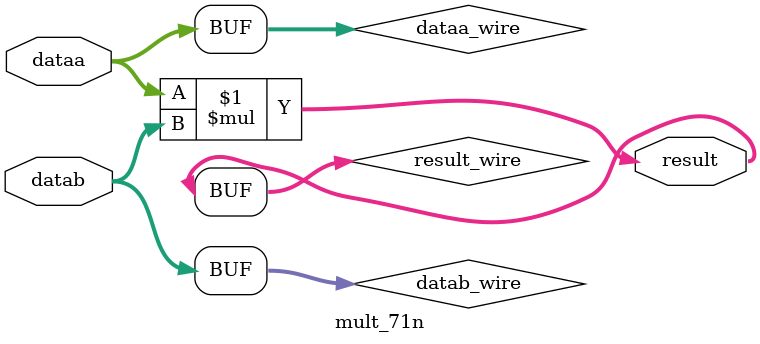
<source format=v>






//synthesis_resources = 
//synopsys translate_off
`timescale 1 ps / 1 ps
//synopsys translate_on
module  mult_71n
	( 
	dataa,
	datab,
	result) /* synthesis synthesis_clearbox=1 */;
	input   [15:0]  dataa;
	input   [15:0]  datab;
	output   [31:0]  result;

	wire signed	[15:0]    dataa_wire;
	wire signed	[15:0]    datab_wire;
	wire signed	[31:0]    result_wire;



	assign dataa_wire = dataa;
	assign datab_wire = datab;
	assign result_wire = dataa_wire * datab_wire;
	assign result = ({result_wire[31:0]});

endmodule //mult_71n
//VALID FILE

</source>
